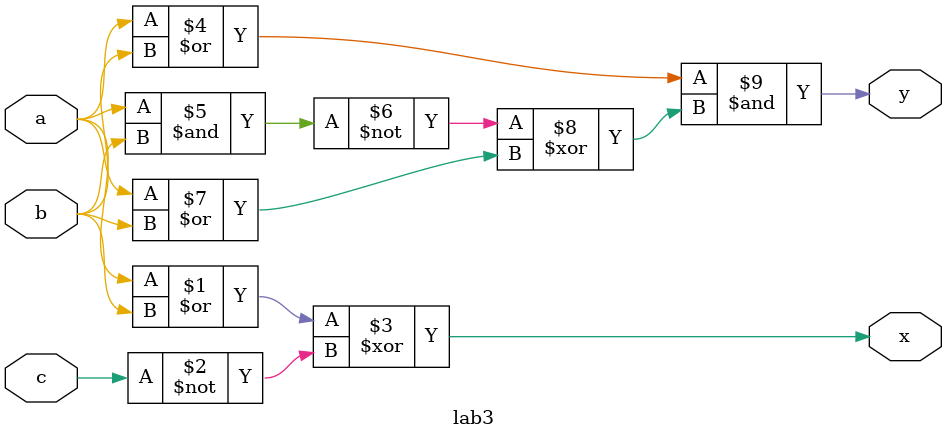
<source format=sv>
`timescale 1ns / 1ps


module lab3(output x, y,
    input a, b, c
    );
    assign x = (a | b) ^ ~c;
    assign y = ( a | b ) & ( ( ~ ( a & b )) ^ ( a | b ) );

endmodule
</source>
